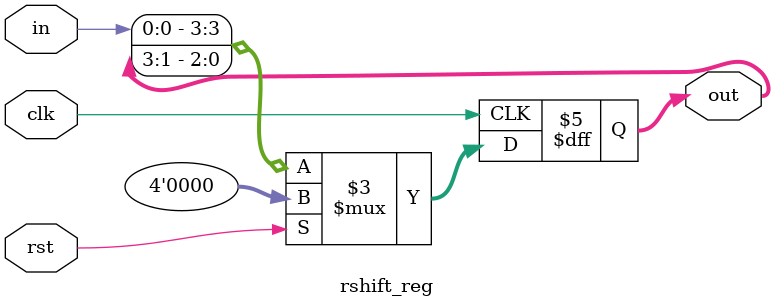
<source format=v>
`timescale 1ns / 1ps
module rshift_reg(in,rst,clk,out);
input in;
input rst,clk;
output reg [3:0]out;
always@(posedge clk) begin
if(rst)
out<=4'b0000;
else 
out<={in,out[3:1]};
end
endmodule
</source>
